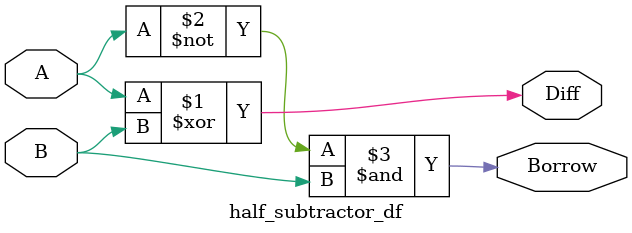
<source format=sv>
module half_subtractor_df(
  input A, B,
  output Diff, Borrow
);
  assign Diff= A^B;
  assign Borrow= (~A)&B;
endmodule


</source>
